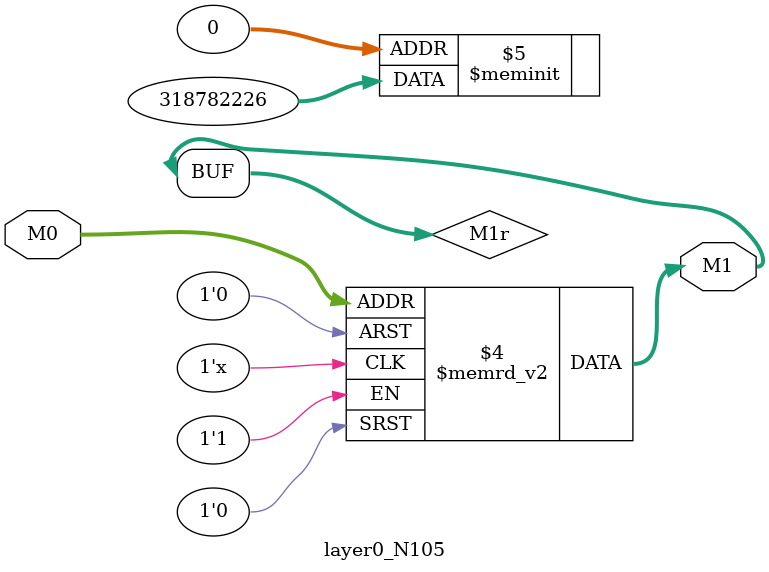
<source format=v>
module layer0_N105 ( input [3:0] M0, output [1:0] M1 );

	(*rom_style = "distributed" *) reg [1:0] M1r;
	assign M1 = M1r;
	always @ (M0) begin
		case (M0)
			4'b0000: M1r = 2'b10;
			4'b1000: M1r = 2'b00;
			4'b0100: M1r = 2'b11;
			4'b1100: M1r = 2'b11;
			4'b0010: M1r = 2'b01;
			4'b1010: M1r = 2'b00;
			4'b0110: M1r = 2'b11;
			4'b1110: M1r = 2'b01;
			4'b0001: M1r = 2'b00;
			4'b1001: M1r = 2'b00;
			4'b0101: M1r = 2'b10;
			4'b1101: M1r = 2'b00;
			4'b0011: M1r = 2'b00;
			4'b1011: M1r = 2'b00;
			4'b0111: M1r = 2'b00;
			4'b1111: M1r = 2'b00;

		endcase
	end
endmodule

</source>
